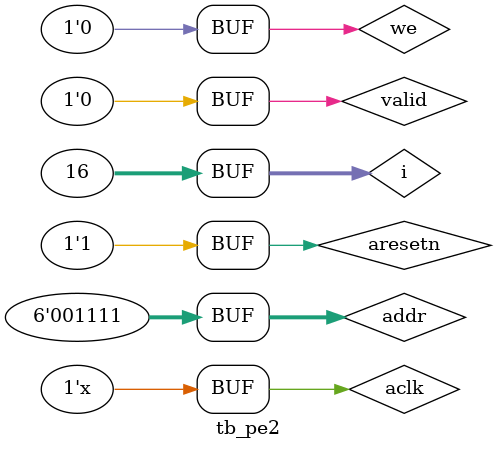
<source format=v>
`timescale 1ns / 1ps


module tb_pe2();

parameter L_RAM_SIZE = 6;

    reg aclk;
    reg aresetn;
    reg [31:0] ain;
    reg [31:0] din;
    reg [L_RAM_SIZE-1:0] addr;
    reg we;
    reg valid;
    wire dvalid;
    wire [31:0] dout;
    
    integer i;
    
    initial begin
        aclk <= 1;
        aresetn = 0;
        we = 1;
        valid = 0;

        #10;
        aresetn = 1;
        
        for(i = 0; i < 16; i = i + 1) begin
            din = $urandom%(2**31);
            addr = i;
            #10;
        end
        
        valid = 1;
        we = 0;
        
        for(i = 0; i < 16; i = i + 1) begin
            ain = $urandom%(2**31);
            addr = i;
            #160;
        end
        
        valid = 0;       
    end
    
    always #5 aclk = ~aclk;

    my_pe #(6) UUT (
        .aclk(aclk),
        .aresetn(aresetn),
        .ain(ain),
        .din(din),
        .addr(addr),
        .we(we),
        .valid(valid),
        .dvalid(dvalid),
        .dout(dout)
    );

endmodule

</source>
